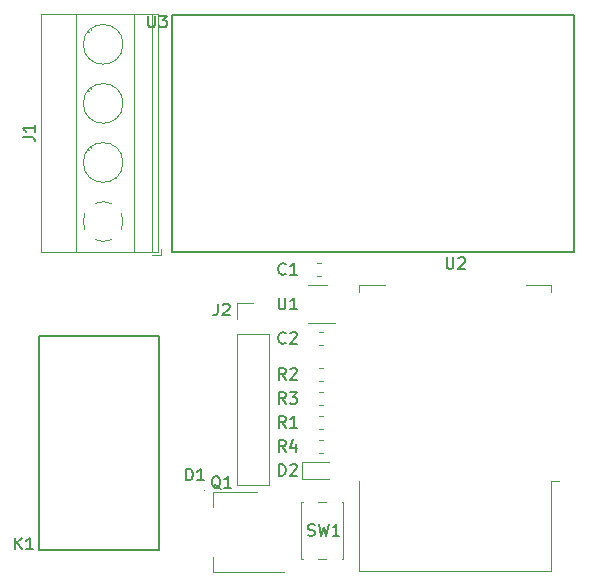
<source format=gto>
G04 #@! TF.GenerationSoftware,KiCad,Pcbnew,5.0.2-bee76a0~70~ubuntu18.04.1*
G04 #@! TF.CreationDate,2019-08-21T20:27:36+02:00*
G04 #@! TF.ProjectId,Ceiling lamp,4365696c-696e-4672-906c-616d702e6b69,rev?*
G04 #@! TF.SameCoordinates,Original*
G04 #@! TF.FileFunction,Legend,Top*
G04 #@! TF.FilePolarity,Positive*
%FSLAX46Y46*%
G04 Gerber Fmt 4.6, Leading zero omitted, Abs format (unit mm)*
G04 Created by KiCad (PCBNEW 5.0.2-bee76a0~70~ubuntu18.04.1) date mié 21 ago 2019 20:27:36 CEST*
%MOMM*%
%LPD*%
G01*
G04 APERTURE LIST*
%ADD10C,0.150000*%
%ADD11C,0.120000*%
%ADD12C,0.100000*%
G04 APERTURE END LIST*
D10*
G04 #@! TO.C,U3*
X83058000Y-68072000D02*
X83058000Y-48006000D01*
X83058000Y-48006000D02*
X117094000Y-48006000D01*
X117094000Y-48006000D02*
X117094000Y-68072000D01*
X117094000Y-68072000D02*
X83058000Y-68072000D01*
D11*
G04 #@! TO.C,U1*
X96177000Y-70917000D02*
X94577000Y-70917000D01*
X94577000Y-74117000D02*
X96877000Y-74117000D01*
G04 #@! TO.C,SW1*
X97508000Y-94144000D02*
X97408000Y-94144000D01*
X94008000Y-94144000D02*
X94108000Y-94144000D01*
X94108000Y-89244000D02*
X94008000Y-89244000D01*
X97508000Y-89244000D02*
X97408000Y-89244000D01*
X96108000Y-89244000D02*
X95408000Y-89244000D01*
X96108000Y-94144000D02*
X95408000Y-94144000D01*
X97508000Y-94144000D02*
X97508000Y-89244000D01*
X94008000Y-89244000D02*
X94008000Y-94144000D01*
G04 #@! TO.C,C2*
X95468221Y-75948000D02*
X95793779Y-75948000D01*
X95468221Y-74928000D02*
X95793779Y-74928000D01*
G04 #@! TO.C,C1*
X95666779Y-70106000D02*
X95341221Y-70106000D01*
X95666779Y-69086000D02*
X95341221Y-69086000D01*
G04 #@! TO.C,J2*
X88586000Y-87817000D02*
X91246000Y-87817000D01*
X88586000Y-75057000D02*
X88586000Y-87817000D01*
X91246000Y-75057000D02*
X91246000Y-87817000D01*
X88586000Y-75057000D02*
X91246000Y-75057000D01*
X88586000Y-73787000D02*
X88586000Y-72457000D01*
X88586000Y-72457000D02*
X89916000Y-72457000D01*
D12*
G04 #@! TO.C,D1*
X85873000Y-88265000D02*
G75*
G03X85873000Y-88265000I-50000J0D01*
G01*
D11*
G04 #@! TO.C,D2*
X96304000Y-85879000D02*
X94019000Y-85879000D01*
X94019000Y-85879000D02*
X94019000Y-87349000D01*
X94019000Y-87349000D02*
X96304000Y-87349000D01*
G04 #@! TO.C,U2*
X115161000Y-95138000D02*
X98921000Y-95138000D01*
X98921000Y-95138000D02*
X98921000Y-87518000D01*
X98921000Y-71518000D02*
X98921000Y-70898000D01*
X98921000Y-70898000D02*
X101041000Y-70898000D01*
X113041000Y-70898000D02*
X115161000Y-70898000D01*
X115161000Y-70898000D02*
X115161000Y-71518000D01*
X115161000Y-87518000D02*
X115161000Y-95138000D01*
X115161000Y-87518000D02*
X115771000Y-87518000D01*
G04 #@! TO.C,R1*
X95802267Y-82040000D02*
X95459733Y-82040000D01*
X95802267Y-83060000D02*
X95459733Y-83060000D01*
G04 #@! TO.C,R2*
X95459733Y-77976000D02*
X95802267Y-77976000D01*
X95459733Y-78996000D02*
X95802267Y-78996000D01*
G04 #@! TO.C,R3*
X95802267Y-80008000D02*
X95459733Y-80008000D01*
X95802267Y-81028000D02*
X95459733Y-81028000D01*
G04 #@! TO.C,R4*
X95459733Y-84072000D02*
X95802267Y-84072000D01*
X95459733Y-85092000D02*
X95802267Y-85092000D01*
G04 #@! TO.C,Q1*
X86482000Y-88411000D02*
X86482000Y-89671000D01*
X86482000Y-95231000D02*
X86482000Y-93971000D01*
X90242000Y-88411000D02*
X86482000Y-88411000D01*
X92492000Y-95231000D02*
X86482000Y-95231000D01*
D10*
G04 #@! TO.C,K1*
X81915000Y-93345000D02*
X81915000Y-75184000D01*
X81915000Y-75184000D02*
X71755000Y-75184000D01*
X71755000Y-75184000D02*
X71755000Y-93345000D01*
X71755000Y-93345000D02*
X81915000Y-93345000D01*
D11*
G04 #@! TO.C,J1*
X78750756Y-64848682D02*
G75*
G02X78896000Y-65532000I-1534756J-683318D01*
G01*
X76532958Y-63996574D02*
G75*
G02X77900000Y-63997000I683042J-1535426D01*
G01*
X75680574Y-66215042D02*
G75*
G02X75681000Y-64848000I1535426J683042D01*
G01*
X77899042Y-67067426D02*
G75*
G02X76532000Y-67067000I-683042J1535426D01*
G01*
X78896253Y-65503195D02*
G75*
G02X78751000Y-66216000I-1680253J-28805D01*
G01*
X78896000Y-60532000D02*
G75*
G03X78896000Y-60532000I-1680000J0D01*
G01*
X78896000Y-55532000D02*
G75*
G03X78896000Y-55532000I-1680000J0D01*
G01*
X78896000Y-50532000D02*
G75*
G03X78896000Y-50532000I-1680000J0D01*
G01*
X81316000Y-68092000D02*
X81316000Y-47971000D01*
X79816000Y-68092000D02*
X79816000Y-47971000D01*
X74915000Y-68092000D02*
X74915000Y-47971000D01*
X71955000Y-68092000D02*
X71955000Y-47971000D01*
X81876000Y-68092000D02*
X81876000Y-47971000D01*
X71955000Y-68092000D02*
X81876000Y-68092000D01*
X71955000Y-47971000D02*
X81876000Y-47971000D01*
X76147000Y-59257000D02*
X76193000Y-59304000D01*
X78455000Y-61566000D02*
X78490000Y-61601000D01*
X75941000Y-59462000D02*
X75977000Y-59497000D01*
X78239000Y-61759000D02*
X78285000Y-61806000D01*
X76147000Y-54257000D02*
X76193000Y-54304000D01*
X78455000Y-56566000D02*
X78490000Y-56601000D01*
X75941000Y-54462000D02*
X75977000Y-54497000D01*
X78239000Y-56759000D02*
X78285000Y-56806000D01*
X76147000Y-49257000D02*
X76193000Y-49304000D01*
X78455000Y-51566000D02*
X78490000Y-51601000D01*
X75941000Y-49462000D02*
X75977000Y-49497000D01*
X78239000Y-51759000D02*
X78285000Y-51806000D01*
X81376000Y-68332000D02*
X82116000Y-68332000D01*
X82116000Y-68332000D02*
X82116000Y-67832000D01*
G04 #@! TO.C,U3*
D10*
X81026095Y-48093380D02*
X81026095Y-48902904D01*
X81073714Y-48998142D01*
X81121333Y-49045761D01*
X81216571Y-49093380D01*
X81407047Y-49093380D01*
X81502285Y-49045761D01*
X81549904Y-48998142D01*
X81597523Y-48902904D01*
X81597523Y-48093380D01*
X81978476Y-48093380D02*
X82597523Y-48093380D01*
X82264190Y-48474333D01*
X82407047Y-48474333D01*
X82502285Y-48521952D01*
X82549904Y-48569571D01*
X82597523Y-48664809D01*
X82597523Y-48902904D01*
X82549904Y-48998142D01*
X82502285Y-49045761D01*
X82407047Y-49093380D01*
X82121333Y-49093380D01*
X82026095Y-49045761D01*
X81978476Y-48998142D01*
G04 #@! TO.C,U1*
X92075095Y-71969380D02*
X92075095Y-72778904D01*
X92122714Y-72874142D01*
X92170333Y-72921761D01*
X92265571Y-72969380D01*
X92456047Y-72969380D01*
X92551285Y-72921761D01*
X92598904Y-72874142D01*
X92646523Y-72778904D01*
X92646523Y-71969380D01*
X93646523Y-72969380D02*
X93075095Y-72969380D01*
X93360809Y-72969380D02*
X93360809Y-71969380D01*
X93265571Y-72112238D01*
X93170333Y-72207476D01*
X93075095Y-72255095D01*
G04 #@! TO.C,SW1*
X94551666Y-92098761D02*
X94694523Y-92146380D01*
X94932619Y-92146380D01*
X95027857Y-92098761D01*
X95075476Y-92051142D01*
X95123095Y-91955904D01*
X95123095Y-91860666D01*
X95075476Y-91765428D01*
X95027857Y-91717809D01*
X94932619Y-91670190D01*
X94742142Y-91622571D01*
X94646904Y-91574952D01*
X94599285Y-91527333D01*
X94551666Y-91432095D01*
X94551666Y-91336857D01*
X94599285Y-91241619D01*
X94646904Y-91194000D01*
X94742142Y-91146380D01*
X94980238Y-91146380D01*
X95123095Y-91194000D01*
X95456428Y-91146380D02*
X95694523Y-92146380D01*
X95885000Y-91432095D01*
X96075476Y-92146380D01*
X96313571Y-91146380D01*
X97218333Y-92146380D02*
X96646904Y-92146380D01*
X96932619Y-92146380D02*
X96932619Y-91146380D01*
X96837380Y-91289238D01*
X96742142Y-91384476D01*
X96646904Y-91432095D01*
G04 #@! TO.C,C2*
X92670333Y-75795142D02*
X92622714Y-75842761D01*
X92479857Y-75890380D01*
X92384619Y-75890380D01*
X92241761Y-75842761D01*
X92146523Y-75747523D01*
X92098904Y-75652285D01*
X92051285Y-75461809D01*
X92051285Y-75318952D01*
X92098904Y-75128476D01*
X92146523Y-75033238D01*
X92241761Y-74938000D01*
X92384619Y-74890380D01*
X92479857Y-74890380D01*
X92622714Y-74938000D01*
X92670333Y-74985619D01*
X93051285Y-74985619D02*
X93098904Y-74938000D01*
X93194142Y-74890380D01*
X93432238Y-74890380D01*
X93527476Y-74938000D01*
X93575095Y-74985619D01*
X93622714Y-75080857D01*
X93622714Y-75176095D01*
X93575095Y-75318952D01*
X93003666Y-75890380D01*
X93622714Y-75890380D01*
G04 #@! TO.C,C1*
X92670333Y-69953142D02*
X92622714Y-70000761D01*
X92479857Y-70048380D01*
X92384619Y-70048380D01*
X92241761Y-70000761D01*
X92146523Y-69905523D01*
X92098904Y-69810285D01*
X92051285Y-69619809D01*
X92051285Y-69476952D01*
X92098904Y-69286476D01*
X92146523Y-69191238D01*
X92241761Y-69096000D01*
X92384619Y-69048380D01*
X92479857Y-69048380D01*
X92622714Y-69096000D01*
X92670333Y-69143619D01*
X93622714Y-70048380D02*
X93051285Y-70048380D01*
X93337000Y-70048380D02*
X93337000Y-69048380D01*
X93241761Y-69191238D01*
X93146523Y-69286476D01*
X93051285Y-69334095D01*
G04 #@! TO.C,J2*
X86915666Y-72477380D02*
X86915666Y-73191666D01*
X86868047Y-73334523D01*
X86772809Y-73429761D01*
X86629952Y-73477380D01*
X86534714Y-73477380D01*
X87344238Y-72572619D02*
X87391857Y-72525000D01*
X87487095Y-72477380D01*
X87725190Y-72477380D01*
X87820428Y-72525000D01*
X87868047Y-72572619D01*
X87915666Y-72667857D01*
X87915666Y-72763095D01*
X87868047Y-72905952D01*
X87296619Y-73477380D01*
X87915666Y-73477380D01*
G04 #@! TO.C,D1*
X84224904Y-87447380D02*
X84224904Y-86447380D01*
X84463000Y-86447380D01*
X84605857Y-86495000D01*
X84701095Y-86590238D01*
X84748714Y-86685476D01*
X84796333Y-86875952D01*
X84796333Y-87018809D01*
X84748714Y-87209285D01*
X84701095Y-87304523D01*
X84605857Y-87399761D01*
X84463000Y-87447380D01*
X84224904Y-87447380D01*
X85748714Y-87447380D02*
X85177285Y-87447380D01*
X85463000Y-87447380D02*
X85463000Y-86447380D01*
X85367761Y-86590238D01*
X85272523Y-86685476D01*
X85177285Y-86733095D01*
G04 #@! TO.C,D2*
X92098904Y-87066380D02*
X92098904Y-86066380D01*
X92337000Y-86066380D01*
X92479857Y-86114000D01*
X92575095Y-86209238D01*
X92622714Y-86304476D01*
X92670333Y-86494952D01*
X92670333Y-86637809D01*
X92622714Y-86828285D01*
X92575095Y-86923523D01*
X92479857Y-87018761D01*
X92337000Y-87066380D01*
X92098904Y-87066380D01*
X93051285Y-86161619D02*
X93098904Y-86114000D01*
X93194142Y-86066380D01*
X93432238Y-86066380D01*
X93527476Y-86114000D01*
X93575095Y-86161619D01*
X93622714Y-86256857D01*
X93622714Y-86352095D01*
X93575095Y-86494952D01*
X93003666Y-87066380D01*
X93622714Y-87066380D01*
G04 #@! TO.C,U2*
X106299095Y-68540380D02*
X106299095Y-69349904D01*
X106346714Y-69445142D01*
X106394333Y-69492761D01*
X106489571Y-69540380D01*
X106680047Y-69540380D01*
X106775285Y-69492761D01*
X106822904Y-69445142D01*
X106870523Y-69349904D01*
X106870523Y-68540380D01*
X107299095Y-68635619D02*
X107346714Y-68588000D01*
X107441952Y-68540380D01*
X107680047Y-68540380D01*
X107775285Y-68588000D01*
X107822904Y-68635619D01*
X107870523Y-68730857D01*
X107870523Y-68826095D01*
X107822904Y-68968952D01*
X107251476Y-69540380D01*
X107870523Y-69540380D01*
G04 #@! TO.C,R1*
X92670333Y-83002380D02*
X92337000Y-82526190D01*
X92098904Y-83002380D02*
X92098904Y-82002380D01*
X92479857Y-82002380D01*
X92575095Y-82050000D01*
X92622714Y-82097619D01*
X92670333Y-82192857D01*
X92670333Y-82335714D01*
X92622714Y-82430952D01*
X92575095Y-82478571D01*
X92479857Y-82526190D01*
X92098904Y-82526190D01*
X93622714Y-83002380D02*
X93051285Y-83002380D01*
X93337000Y-83002380D02*
X93337000Y-82002380D01*
X93241761Y-82145238D01*
X93146523Y-82240476D01*
X93051285Y-82288095D01*
G04 #@! TO.C,R2*
X92670333Y-78938380D02*
X92337000Y-78462190D01*
X92098904Y-78938380D02*
X92098904Y-77938380D01*
X92479857Y-77938380D01*
X92575095Y-77986000D01*
X92622714Y-78033619D01*
X92670333Y-78128857D01*
X92670333Y-78271714D01*
X92622714Y-78366952D01*
X92575095Y-78414571D01*
X92479857Y-78462190D01*
X92098904Y-78462190D01*
X93051285Y-78033619D02*
X93098904Y-77986000D01*
X93194142Y-77938380D01*
X93432238Y-77938380D01*
X93527476Y-77986000D01*
X93575095Y-78033619D01*
X93622714Y-78128857D01*
X93622714Y-78224095D01*
X93575095Y-78366952D01*
X93003666Y-78938380D01*
X93622714Y-78938380D01*
G04 #@! TO.C,R3*
X92670333Y-80970380D02*
X92337000Y-80494190D01*
X92098904Y-80970380D02*
X92098904Y-79970380D01*
X92479857Y-79970380D01*
X92575095Y-80018000D01*
X92622714Y-80065619D01*
X92670333Y-80160857D01*
X92670333Y-80303714D01*
X92622714Y-80398952D01*
X92575095Y-80446571D01*
X92479857Y-80494190D01*
X92098904Y-80494190D01*
X93003666Y-79970380D02*
X93622714Y-79970380D01*
X93289380Y-80351333D01*
X93432238Y-80351333D01*
X93527476Y-80398952D01*
X93575095Y-80446571D01*
X93622714Y-80541809D01*
X93622714Y-80779904D01*
X93575095Y-80875142D01*
X93527476Y-80922761D01*
X93432238Y-80970380D01*
X93146523Y-80970380D01*
X93051285Y-80922761D01*
X93003666Y-80875142D01*
G04 #@! TO.C,R4*
X92670333Y-85034380D02*
X92337000Y-84558190D01*
X92098904Y-85034380D02*
X92098904Y-84034380D01*
X92479857Y-84034380D01*
X92575095Y-84082000D01*
X92622714Y-84129619D01*
X92670333Y-84224857D01*
X92670333Y-84367714D01*
X92622714Y-84462952D01*
X92575095Y-84510571D01*
X92479857Y-84558190D01*
X92098904Y-84558190D01*
X93527476Y-84367714D02*
X93527476Y-85034380D01*
X93289380Y-83986761D02*
X93051285Y-84701047D01*
X93670333Y-84701047D01*
G04 #@! TO.C,Q1*
X87153761Y-88177619D02*
X87058523Y-88130000D01*
X86963285Y-88034761D01*
X86820428Y-87891904D01*
X86725190Y-87844285D01*
X86629952Y-87844285D01*
X86677571Y-88082380D02*
X86582333Y-88034761D01*
X86487095Y-87939523D01*
X86439476Y-87749047D01*
X86439476Y-87415714D01*
X86487095Y-87225238D01*
X86582333Y-87130000D01*
X86677571Y-87082380D01*
X86868047Y-87082380D01*
X86963285Y-87130000D01*
X87058523Y-87225238D01*
X87106142Y-87415714D01*
X87106142Y-87749047D01*
X87058523Y-87939523D01*
X86963285Y-88034761D01*
X86868047Y-88082380D01*
X86677571Y-88082380D01*
X88058523Y-88082380D02*
X87487095Y-88082380D01*
X87772809Y-88082380D02*
X87772809Y-87082380D01*
X87677571Y-87225238D01*
X87582333Y-87320476D01*
X87487095Y-87368095D01*
G04 #@! TO.C,K1*
X69746904Y-93289380D02*
X69746904Y-92289380D01*
X70318333Y-93289380D02*
X69889761Y-92717952D01*
X70318333Y-92289380D02*
X69746904Y-92860809D01*
X71270714Y-93289380D02*
X70699285Y-93289380D01*
X70985000Y-93289380D02*
X70985000Y-92289380D01*
X70889761Y-92432238D01*
X70794523Y-92527476D01*
X70699285Y-92575095D01*
G04 #@! TO.C,J1*
X70408380Y-58365333D02*
X71122666Y-58365333D01*
X71265523Y-58412952D01*
X71360761Y-58508190D01*
X71408380Y-58651047D01*
X71408380Y-58746285D01*
X71408380Y-57365333D02*
X71408380Y-57936761D01*
X71408380Y-57651047D02*
X70408380Y-57651047D01*
X70551238Y-57746285D01*
X70646476Y-57841523D01*
X70694095Y-57936761D01*
G04 #@! TD*
M02*

</source>
